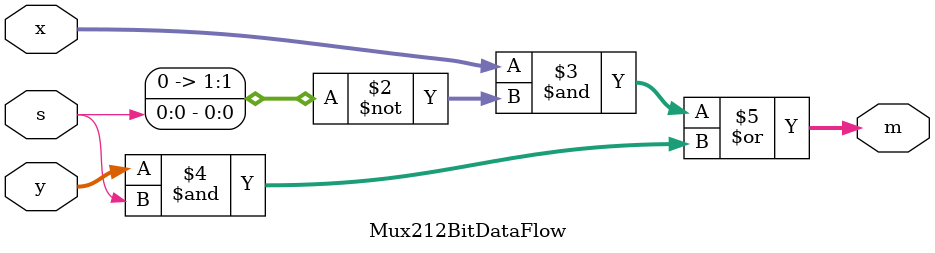
<source format=v>
`timescale 1ns / 1ps


module Mux212BitDataFlow(
    input [1:0] x,
    input [1:0] y,
    input s,
    output [1:0] m
    );
    
    wire[1:0] m, x, y;
    assign #3 m = (x & ~s) | (y & s);
endmodule

</source>
